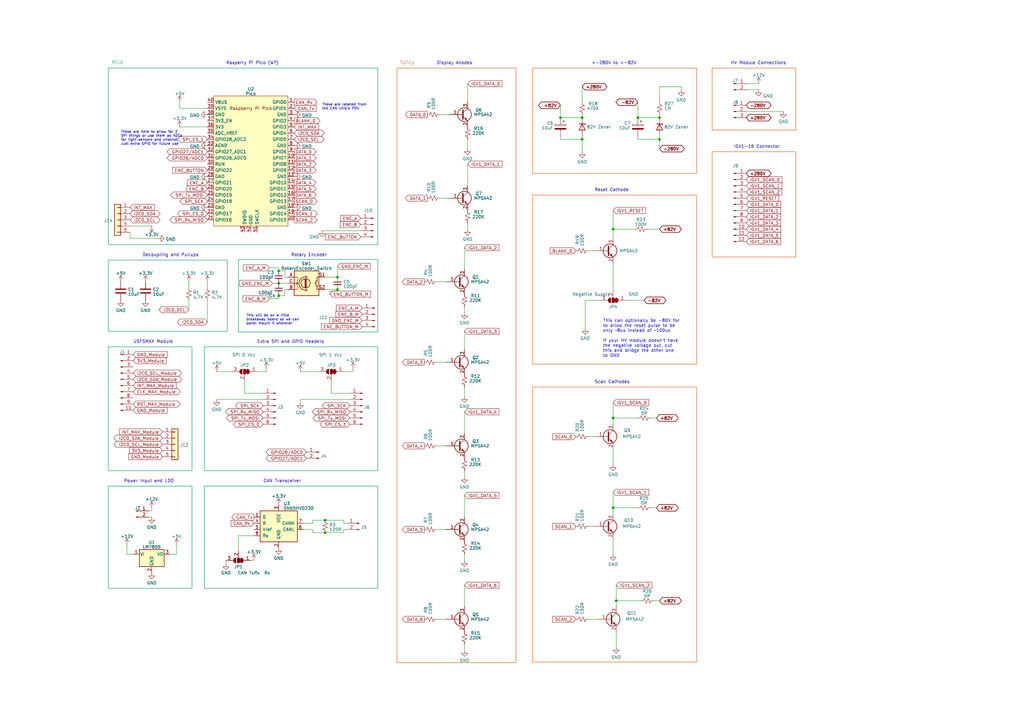
<source format=kicad_sch>
(kicad_sch (version 20221206) (generator eeschema)
  (paper "A3")
  (junction (at 270.51 48.26))
  (junction (at 138.43 113.665))
  (junction (at 229.87 48.26))
  (junction (at 138.43 118.745))
  (junction (at 114.3 116.205))
  (junction (at 238.76 48.26))
  (junction (at 114.3 121.285))
  (junction (at 270.51 57.15))
  (junction (at 252.73 246.38))
  (junction (at 114.3 111.125))
  (junction (at 133.35 213.36))
  (junction (at 261.62 48.26))
  (junction (at 133.35 218.44))
  (junction (at 251.46 208.28))
  (junction (at 251.46 93.98))
  (junction (at 251.46 171.45))
  (junction (at 238.76 57.15))
  (wire (pts (xy 190.5 135.89) (xy 190.5 143.51)))
  (wire (pts (xy 252.73 246.38) (xy 262.89 246.38)))
  (wire (pts (xy 251.46 201.93) (xy 251.46 208.28)))
  (wire (pts (xy 104.14 229.87) (xy 102.87 229.87)))
  (wire (pts (xy 69.85 227.33) (xy 72.39 227.33)))
  (wire (pts (xy 190.5 193.04) (xy 190.5 195.58)))
  (wire (pts (xy 62.23 208.28) (xy 62.23 209.55)))
  (wire (pts (xy 270.51 48.26) (xy 261.62 48.26)))
  (wire (pts (xy 179.07 182.88) (xy 182.88 182.88)))
  (wire (pts (xy 110.49 122.555) (xy 114.3 122.555)))
  (wire (pts (xy 270.51 57.15) (xy 261.62 57.15)))
  (wire (pts (xy 77.47 115.57) (xy 77.47 118.11)))
  (wire (pts (xy 62.23 212.09) (xy 60.96 212.09)))
  (wire (pts (xy 53.34 97.79) (xy 64.77 97.79)))
  (wire (pts (xy 133.35 113.665) (xy 138.43 113.665)))
  (wire (pts (xy 52.07 223.52) (xy 52.07 227.33)))
  (wire (pts (xy 240.03 123.19) (xy 246.38 123.19)))
  (wire (pts (xy 140.97 214.63) (xy 140.97 213.36)))
  (wire (pts (xy 95.25 152.4) (xy 88.9 152.4)))
  (wire (pts (xy 251.46 208.28) (xy 261.62 208.28)))
  (wire (pts (xy 128.27 213.36) (xy 128.27 214.63)))
  (wire (pts (xy 179.07 217.17) (xy 182.88 217.17)))
  (wire (pts (xy 133.35 213.36) (xy 140.97 213.36)))
  (wire (pts (xy 116.84 121.285) (xy 116.84 118.745)))
  (wire (pts (xy 241.3 215.9) (xy 243.84 215.9)))
  (wire (pts (xy 138.43 119.38) (xy 138.43 118.745)))
  (wire (pts (xy 114.3 109.855) (xy 114.3 111.125)))
  (wire (pts (xy 279.4 36.83) (xy 279.4 35.56)))
  (wire (pts (xy 128.27 214.63) (xy 124.46 214.63)))
  (wire (pts (xy 229.87 48.26) (xy 238.76 48.26)))
  (wire (pts (xy 114.3 121.285) (xy 116.84 121.285)))
  (wire (pts (xy 100.33 161.29) (xy 107.95 161.29)))
  (wire (pts (xy 88.9 163.83) (xy 107.95 163.83)))
  (wire (pts (xy 135.255 119.38) (xy 135.255 120.65)))
  (wire (pts (xy 190.5 125.73) (xy 190.5 128.27)))
  (wire (pts (xy 251.46 171.45) (xy 261.62 171.45)))
  (wire (pts (xy 180.34 81.28) (xy 184.15 81.28)))
  (wire (pts (xy 190.5 264.16) (xy 190.5 266.7)))
  (wire (pts (xy 116.84 118.745) (xy 118.11 118.745)))
  (wire (pts (xy 135.89 161.29) (xy 143.51 161.29)))
  (wire (pts (xy 190.5 158.75) (xy 190.5 162.56)))
  (wire (pts (xy 270.51 46.99) (xy 270.51 48.26)))
  (wire (pts (xy 241.3 254) (xy 245.11 254)))
  (wire (pts (xy 77.47 123.19) (xy 77.47 127)))
  (wire (pts (xy 190.5 227.33) (xy 190.5 229.87)))
  (wire (pts (xy 251.46 184.15) (xy 251.46 190.5)))
  (wire (pts (xy 279.4 35.56) (xy 270.51 35.56)))
  (wire (pts (xy 97.79 226.06) (xy 97.79 219.71)))
  (wire (pts (xy 238.76 55.88) (xy 238.76 57.15)))
  (wire (pts (xy 135.89 156.21) (xy 135.89 161.29)))
  (wire (pts (xy 100.33 156.21) (xy 100.33 161.29)))
  (wire (pts (xy 109.22 151.13) (xy 109.22 152.4)))
  (wire (pts (xy 251.46 93.98) (xy 260.35 93.98)))
  (wire (pts (xy 144.78 151.13) (xy 144.78 152.4)))
  (wire (pts (xy 270.51 55.88) (xy 270.51 57.15)))
  (wire (pts (xy 128.27 218.44) (xy 133.35 218.44)))
  (wire (pts (xy 261.62 55.88) (xy 261.62 57.15)))
  (wire (pts (xy 190.5 168.91) (xy 190.5 177.8)))
  (wire (pts (xy 265.43 93.98) (xy 270.51 93.98)))
  (wire (pts (xy 128.27 217.17) (xy 128.27 218.44)))
  (wire (pts (xy 240.03 123.19) (xy 240.03 134.62)))
  (wire (pts (xy 142.24 214.63) (xy 140.97 214.63)))
  (wire (pts (xy 191.77 91.44) (xy 191.77 93.98)))
  (wire (pts (xy 238.76 57.15) (xy 229.87 57.15)))
  (wire (pts (xy 140.97 218.44) (xy 140.97 217.17)))
  (wire (pts (xy 252.73 259.08) (xy 252.73 265.43)))
  (wire (pts (xy 135.255 119.38) (xy 138.43 119.38)))
  (wire (pts (xy 123.19 163.83) (xy 143.51 163.83)))
  (wire (pts (xy 251.46 171.45) (xy 251.46 173.99)))
  (wire (pts (xy 114.3 116.205) (xy 118.11 116.205)))
  (wire (pts (xy 124.46 217.17) (xy 128.27 217.17)))
  (wire (pts (xy 114.3 111.125) (xy 116.84 111.125)))
  (wire (pts (xy 92.71 229.87) (xy 92.71 231.14)))
  (wire (pts (xy 140.97 217.17) (xy 142.24 217.17)))
  (wire (pts (xy 116.84 111.125) (xy 116.84 113.665)))
  (wire (pts (xy 133.35 118.745) (xy 138.43 118.745)))
  (wire (pts (xy 229.87 43.18) (xy 229.87 48.26)))
  (wire (pts (xy 179.07 115.57) (xy 182.88 115.57)))
  (wire (pts (xy 252.73 240.03) (xy 252.73 246.38)))
  (wire (pts (xy 144.78 152.4) (xy 140.97 152.4)))
  (wire (pts (xy 133.35 218.44) (xy 140.97 218.44)))
  (wire (pts (xy 238.76 46.99) (xy 238.76 48.26)))
  (wire (pts (xy 251.46 119.38) (xy 251.46 107.95)))
  (wire (pts (xy 190.5 240.03) (xy 190.5 248.92)))
  (wire (pts (xy 256.54 123.19) (xy 264.16 123.19)))
  (wire (pts (xy 238.76 35.56) (xy 238.76 41.91)))
  (wire (pts (xy 62.23 92.71) (xy 53.34 92.71)))
  (wire (pts (xy 52.07 227.33) (xy 54.61 227.33)))
  (wire (pts (xy 60.96 209.55) (xy 62.23 209.55)))
  (wire (pts (xy 85.09 115.57) (xy 85.09 118.11)))
  (wire (pts (xy 111.76 116.205) (xy 114.3 116.205)))
  (wire (pts (xy 306.07 45.72) (xy 321.31 45.72)))
  (wire (pts (xy 267.97 246.38) (xy 270.51 246.38)))
  (wire (pts (xy 110.49 109.855) (xy 114.3 109.855)))
  (wire (pts (xy 116.84 113.665) (xy 118.11 113.665)))
  (wire (pts (xy 85.09 44.45) (xy 73.66 44.45)))
  (wire (pts (xy 261.62 41.91) (xy 261.62 48.26)))
  (wire (pts (xy 229.87 55.88) (xy 229.87 57.15)))
  (wire (pts (xy 128.27 213.36) (xy 133.35 213.36)))
  (wire (pts (xy 179.07 148.59) (xy 182.88 148.59)))
  (wire (pts (xy 251.46 93.98) (xy 251.46 97.79)))
  (wire (pts (xy 241.3 179.07) (xy 243.84 179.07)))
  (wire (pts (xy 251.46 220.98) (xy 251.46 227.33)))
  (wire (pts (xy 191.77 67.31) (xy 191.77 76.2)))
  (wire (pts (xy 85.09 123.19) (xy 85.09 132.08)))
  (wire (pts (xy 251.46 86.36) (xy 251.46 93.98)))
  (wire (pts (xy 251.46 165.1) (xy 251.46 171.45)))
  (wire (pts (xy 114.3 122.555) (xy 114.3 121.285)))
  (wire (pts (xy 190.5 101.6) (xy 190.5 110.49)))
  (wire (pts (xy 191.77 34.29) (xy 191.77 41.91)))
  (wire (pts (xy 132.08 94.615) (xy 147.955 94.615)))
  (wire (pts (xy 73.66 52.07) (xy 85.09 52.07)))
  (wire (pts (xy 138.43 109.22) (xy 138.43 113.665)))
  (wire (pts (xy 97.79 219.71) (xy 104.14 219.71)))
  (wire (pts (xy 109.22 152.4) (xy 105.41 152.4)))
  (wire (pts (xy 238.76 57.15) (xy 238.76 62.23)))
  (wire (pts (xy 270.51 57.15) (xy 270.51 60.96)))
  (wire (pts (xy 252.73 246.38) (xy 252.73 248.92)))
  (wire (pts (xy 73.66 41.91) (xy 73.66 44.45)))
  (wire (pts (xy 266.7 171.45) (xy 269.24 171.45)))
  (wire (pts (xy 123.19 163.83) (xy 123.19 165.1)))
  (wire (pts (xy 266.7 208.28) (xy 269.24 208.28)))
  (wire (pts (xy 180.34 46.99) (xy 184.15 46.99)))
  (wire (pts (xy 241.3 102.87) (xy 243.84 102.87)))
  (wire (pts (xy 179.07 254) (xy 182.88 254)))
  (wire (pts (xy 191.77 57.15) (xy 191.77 60.96)))
  (wire (pts (xy 130.81 152.4) (xy 123.19 152.4)))
  (wire (pts (xy 53.34 95.25) (xy 53.34 97.79)))
  (wire (pts (xy 306.07 34.29) (xy 311.15 34.29)))
  (wire (pts (xy 190.5 203.2) (xy 190.5 212.09)))
  (wire (pts (xy 270.51 35.56) (xy 270.51 41.91)))
  (wire (pts (xy 311.15 36.83) (xy 306.07 36.83)))
  (wire (pts (xy 72.39 227.33) (xy 72.39 223.52)))
  (wire (pts (xy 251.46 208.28) (xy 251.46 210.82)))
  (rectangle (start 44.45 106.68) (end 93.218 135.89) (stroke (width 0.254) (color 63 175 138 1)))
  (rectangle (start 218.44 80.01) (end 285.75 149.352) (stroke (width 0.254) (color 228 130 64 1)))
  (rectangle (start 97.79 106.426) (end 154.94 136.144) (stroke (width 0.254) (color 63 175 138 1)))
  (rectangle (start 218.44 27.94) (end 285.75 71.12) (stroke (width 0.254) (color 228 130 64 1)))
  (rectangle (start 83.82 142.24) (end 154.94 193.04) (stroke (width 0.254) (color 63 175 138 1)))
  (rectangle (start 292.1 27.94) (end 326.39 53.34) (stroke (width 0.254) (color 228 130 64 1)))
  (rectangle (start 292.1 62.23) (end 326.39 105.41) (stroke (width 0.254) (color 228 130 64 1)))
  (rectangle (start 83.82 199.39) (end 154.94 241.3) (stroke (width 0.254) (color 63 175 138 1)))
  (rectangle (start 218.44 158.75) (end 285.75 271.526) (stroke (width 0.254) (color 228 130 64 1)))
  (rectangle (start 44.45 27.94) (end 154.94 100.33) (stroke (width 0.254) (color 63 175 138 1)))
  (rectangle (start 162.814 27.94) (end 211.582 271.78) (stroke (width 0.254) (color 228 130 64 1)))
  (rectangle (start 44.45 142.24) (end 78.74 193.04) (stroke (width 0.254) (color 63 175 138 1)))
  (rectangle (start 44.45 199.39) (end 78.74 241.3) (stroke (width 0.254) (color 63 175 138 1)))
  (text "Rasperry Pi Pico (W?)" (at 92.71 26.67 0) (effects (font (size 1.27 1.27)) (justify left bottom)))
  (text "CAN Transceiver" (at 107.95 198.12 0) (effects (font (size 1.27 1.27)) (justify left bottom)))
  (text "Spicy" (at 163.83 26.67 0) (effects (font (size 1.524 1.524)) (justify left bottom)))
  (text "Display Anodes" (at 179.07 26.67 0) (effects (font (size 1.27 1.27)) (justify left bottom)))
  (text "Rotary Encoder" (at 119.38 105.41 0) (effects (font (size 1.27 1.27)) (justify left bottom)))
  (text "These are labeled from\nthe CAN chip's POV" (at 132.08 45.212 0) (effects (font (size 1.016 1.016)) (justify left bottom)))
  (text "IGV1-16 Connector" (at 300.99 60.96 0) (effects (font (size 1.27 1.27)) (justify left bottom)))
  (text "This will be on a liitle\nbreakaway board so we can\npanel mount it wherever" (at 100.965 133.35 0) (effects (font (size 1.016 1.016)) (justify left bottom)))
  (text "Decoupling and Pullups" (at 58.42 105.41 0) (effects (font (size 1.27 1.27)) (justify left bottom)))
  (text "Reset Cathode" (at 243.84 78.74 0) (effects (font (size 1.27 1.27)) (justify left bottom)))
  (text "Power Input and LDO" (at 50.8 198.12 0) (effects (font (size 1.27 1.27)) (justify left bottom)))
  (text "HV Module Connections" (at 299.72 26.67 0) (effects (font (size 1.27 1.27)) (justify left bottom)))
  (text "Mild" (at 45.72 26.67 0) (effects (font (size 1.524 1.524)) (justify left bottom)))
  (text "Extra SPI and GPIO Headers" (at 105.41 140.97 0) (effects (font (size 1.27 1.27)) (justify left bottom)))
  (text "USFSMAX Module" (at 54.61 140.97 0) (effects (font (size 1.27 1.27)) (justify left bottom)))
  (text "+-280V to +-82V" (at 242.57 26.67 0) (effects (font (size 1.27 1.27)) (justify left bottom)))
  (text "This can optionally be -80V for \nto allow the reset pulse to be\nonly ~8us instead of ~100us\n\nIf your HV module doesn't have\nthe negative voltage out, cut \nthis and bridge the other one\nto GND" (at 247.269 146.685 0) (effects (font (size 1.27 1.27)) (justify left bottom)))
  (text "Scan Cathodes" (at 243.84 157.48 0) (effects (font (size 1.27 1.27)) (justify left bottom)))
  (text "These are here to allow for 2\nSPI things or use them as ADCs \nfor light sensors and whatnot\nJust extra GPIO for future use" (at 49.53 59.69 0) (effects (font (size 1.016 1.016)) (justify left bottom)))
  (global_label "3V3_Module" (shape input) (at 54.61 147.955 0) (property "Intersheetrefs" "${INTERSHEET_REFS}" (effects hide)))
  (global_label "I2C0_SCL" (shape bidirectional) (at 120.65 57.15 0) (property "Intersheetrefs" "${INTERSHEET_REFS}" (effects hide)))
  (global_label "INT_MAX" (shape input) (at 120.65 52.07 0) (property "Intersheetrefs" "${INTERSHEET_REFS}" (effects hide)))
  (global_label "BLANK_0" (shape input) (at 236.22 102.87 180) (property "Intersheetrefs" "${INTERSHEET_REFS}" (effects hide)))
  (global_label "ENC_BUTTON" (shape input) (at 85.09 69.85 180) (property "Intersheetrefs" "${INTERSHEET_REFS}" (effects hide)))
  (global_label "DATA_5" (shape output) (at 120.65 77.47 0) (property "Intersheetrefs" "${INTERSHEET_REFS}" (effects hide)))
  (global_label "IGV1_RESET" (shape input) (at 251.46 86.36 0) (property "Intersheetrefs" "${INTERSHEET_REFS}" (effects hide)))
  (global_label "IGV1_RESET" (shape input) (at 306.07 81.28 0) (property "Intersheetrefs" "${INTERSHEET_REFS}" (effects hide)))
  (global_label "I2C0_SCL_Module" (shape bidirectional) (at 54.61 153.035 0) (property "Intersheetrefs" "${INTERSHEET_REFS}" (effects hide)))
  (global_label "+82V" (shape bidirectional) (at 269.24 171.45 0) (effects (font bold)) (property "Intersheetrefs" "${INTERSHEET_REFS}" (effects hide)))
  (global_label "I2C0_SDA" (shape bidirectional) (at 85.09 132.08 180) (property "Intersheetrefs" "${INTERSHEET_REFS}" (effects hide)))
  (global_label "IGV1_DATA_0" (shape input) (at 191.77 34.29 0) (property "Intersheetrefs" "${INTERSHEET_REFS}" (effects hide)))
  (global_label "DATA_2" (shape output) (at 120.65 67.31 0) (property "Intersheetrefs" "${INTERSHEET_REFS}" (effects hide)))
  (global_label "SPI_Tx_MOSI" (shape bidirectional) (at 143.51 171.45 180) (property "Intersheetrefs" "${INTERSHEET_REFS}" (effects hide)))
  (global_label "3V3_Module" (shape input) (at 66.675 184.785 180) (property "Intersheetrefs" "${INTERSHEET_REFS}" (effects hide)))
  (global_label "DATA_0" (shape output) (at 120.65 62.23 0) (property "Intersheetrefs" "${INTERSHEET_REFS}" (effects hide)))
  (global_label "IGV1_DATA_3" (shape input) (at 190.5 135.89 0) (property "Intersheetrefs" "${INTERSHEET_REFS}" (effects hide)))
  (global_label "SCAN_2" (shape input) (at 236.22 254 180) (property "Intersheetrefs" "${INTERSHEET_REFS}" (effects hide)))
  (global_label "I2C0_SDA" (shape bidirectional) (at 120.65 54.61 0) (property "Intersheetrefs" "${INTERSHEET_REFS}" (effects hide)))
  (global_label "+82V" (shape bidirectional) (at 270.51 93.98 0) (effects (font bold)) (property "Intersheetrefs" "${INTERSHEET_REFS}" (effects hide)))
  (global_label "ENC_A_M" (shape input) (at 110.49 109.855 180) (property "Intersheetrefs" "${INTERSHEET_REFS}" (effects hide)))
  (global_label "SPI_Tx_MOSI" (shape bidirectional) (at 85.09 80.01 180) (property "Intersheetrefs" "${INTERSHEET_REFS}" (effects hide)))
  (global_label "SPI_Rx_MISO" (shape bidirectional) (at 107.95 168.91 180) (property "Intersheetrefs" "${INTERSHEET_REFS}" (effects hide)))
  (global_label "GND_Module" (shape input) (at 54.61 145.415 0) (property "Intersheetrefs" "${INTERSHEET_REFS}" (effects hide)))
  (global_label "CAN_Tx" (shape input) (at 120.65 44.45 0) (property "Intersheetrefs" "${INTERSHEET_REFS}" (effects hide)))
  (global_label "IGV1_DATA_5" (shape input) (at 190.5 203.2 0) (property "Intersheetrefs" "${INTERSHEET_REFS}" (effects hide)))
  (global_label "IGV1_SCAN_2" (shape input) (at 306.07 78.74 0) (property "Intersheetrefs" "${INTERSHEET_REFS}" (effects hide)))
  (global_label "SPI_Tx_MOSI" (shape bidirectional) (at 107.95 171.45 180) (property "Intersheetrefs" "${INTERSHEET_REFS}" (effects hide)))
  (global_label "GPIO27{slash}ADC1" (shape bidirectional) (at 85.09 62.23 180) (property "Intersheetrefs" "${INTERSHEET_REFS}" (effects hide)))
  (global_label "I2C0_SCL" (shape bidirectional) (at 53.34 90.17 0) (property "Intersheetrefs" "${INTERSHEET_REFS}" (effects hide)))
  (global_label "DATA_1" (shape output) (at 120.65 64.77 0) (property "Intersheetrefs" "${INTERSHEET_REFS}" (effects hide)))
  (global_label "DATA_6" (shape output) (at 120.65 80.01 0) (property "Intersheetrefs" "${INTERSHEET_REFS}" (effects hide)))
  (global_label "SPI_SCK" (shape bidirectional) (at 107.95 166.37 180) (property "Intersheetrefs" "${INTERSHEET_REFS}" (effects hide)))
  (global_label "IGV1_DATA_2" (shape input) (at 306.07 88.9 0) (property "Intersheetrefs" "${INTERSHEET_REFS}" (effects hide)))
  (global_label "IGV1_DATA_4" (shape input) (at 306.07 93.98 0) (property "Intersheetrefs" "${INTERSHEET_REFS}" (effects hide)))
  (global_label "SCAN_0" (shape output) (at 120.65 82.55 0) (property "Intersheetrefs" "${INTERSHEET_REFS}" (effects hide)))
  (global_label "SPI_Rx_MISO" (shape bidirectional) (at 85.09 90.17 180) (property "Intersheetrefs" "${INTERSHEET_REFS}" (effects hide)))
  (global_label "SPI_CS_0" (shape bidirectional) (at 85.09 87.63 180) (property "Intersheetrefs" "${INTERSHEET_REFS}" (effects hide)))
  (global_label "I2C0_SDA_Module" (shape bidirectional) (at 54.61 155.575 0) (property "Intersheetrefs" "${INTERSHEET_REFS}" (effects hide)))
  (global_label "-82V" (shape bidirectional) (at 264.16 123.19 0) (effects (font bold)) (property "Intersheetrefs" "${INTERSHEET_REFS}" (effects hide)))
  (global_label "SPI_CS_1" (shape bidirectional) (at 143.51 173.99 180) (property "Intersheetrefs" "${INTERSHEET_REFS}" (effects hide)))
  (global_label "IGV1_DATA_1" (shape input) (at 306.07 86.36 0) (property "Intersheetrefs" "${INTERSHEET_REFS}" (effects hide)))
  (global_label "GND_Module" (shape input) (at 54.61 168.275 0) (property "Intersheetrefs" "${INTERSHEET_REFS}" (effects hide)))
  (global_label "SPI_Rx_MISO" (shape bidirectional) (at 143.51 168.91 180) (property "Intersheetrefs" "${INTERSHEET_REFS}" (effects hide)))
  (global_label "+280V" (shape bidirectional) (at 306.07 48.26 0) (effects (font bold)) (property "Intersheetrefs" "${INTERSHEET_REFS}" (effects hide)))
  (global_label "DATA_2" (shape output) (at 173.99 115.57 180) (property "Intersheetrefs" "${INTERSHEET_REFS}" (effects hide)))
  (global_label "SCAN_0" (shape input) (at 236.22 179.07 180) (property "Intersheetrefs" "${INTERSHEET_REFS}" (effects hide)))
  (global_label "DATA_3" (shape output) (at 120.65 69.85 0) (property "Intersheetrefs" "${INTERSHEET_REFS}" (effects hide)))
  (global_label "GPIO27{slash}ADC1" (shape bidirectional) (at 125.73 187.96 180) (property "Intersheetrefs" "${INTERSHEET_REFS}" (effects hide)))
  (global_label "GPIO26{slash}ADC0" (shape bidirectional) (at 125.73 185.42 180) (property "Intersheetrefs" "${INTERSHEET_REFS}" (effects hide)))
  (global_label "IGV1_DATA_1" (shape input) (at 191.77 67.31 0) (property "Intersheetrefs" "${INTERSHEET_REFS}" (effects hide)))
  (global_label "-280V" (shape bidirectional) (at 270.51 60.96 0) (effects (font bold)) (property "Intersheetrefs" "${INTERSHEET_REFS}" (effects hide)))
  (global_label "ENC_B_M" (shape input) (at 148.59 128.905 180) (property "Intersheetrefs" "${INTERSHEET_REFS}" (effects hide)))
  (global_label "ENC_B_M" (shape input) (at 110.49 122.555 180) (property "Intersheetrefs" "${INTERSHEET_REFS}" (effects hide)))
  (global_label "DATA_6" (shape output) (at 173.99 254 180) (property "Intersheetrefs" "${INTERSHEET_REFS}" (effects hide)))
  (global_label "IGV1_DATA_6" (shape input) (at 190.5 240.03 0) (property "Intersheetrefs" "${INTERSHEET_REFS}" (effects hide)))
  (global_label "DATA_4" (shape output) (at 173.99 182.88 180) (property "Intersheetrefs" "${INTERSHEET_REFS}" (effects hide)))
  (global_label "ENC_BUTTON_M" (shape input) (at 148.59 133.985 180) (property "Intersheetrefs" "${INTERSHEET_REFS}" (effects hide)))
  (global_label "ENC_BUTTON" (shape input) (at 147.955 97.155 180) (property "Intersheetrefs" "${INTERSHEET_REFS}" (effects hide)))
  (global_label "DATA_3" (shape output) (at 173.99 148.59 180) (property "Intersheetrefs" "${INTERSHEET_REFS}" (effects hide)))
  (global_label "SPI_SCK" (shape bidirectional) (at 85.09 82.55 180) (property "Intersheetrefs" "${INTERSHEET_REFS}" (effects hide)))
  (global_label "DATA_1" (shape output) (at 175.26 81.28 180) (property "Intersheetrefs" "${INTERSHEET_REFS}" (effects hide)))
  (global_label "INT_MAX_Module" (shape input) (at 66.675 177.165 180) (property "Intersheetrefs" "${INTERSHEET_REFS}" (effects hide)))
  (global_label "I2C0_SDA_Module" (shape bidirectional) (at 66.675 179.705 180) (property "Intersheetrefs" "${INTERSHEET_REFS}" (effects hide)))
  (global_label "GPIO26{slash}ADC0" (shape bidirectional) (at 85.09 64.77 180) (property "Intersheetrefs" "${INTERSHEET_REFS}" (effects hide)))
  (global_label "SCAN_2" (shape output) (at 120.65 90.17 0) (property "Intersheetrefs" "${INTERSHEET_REFS}" (effects hide)))
  (global_label "ENC_B" (shape input) (at 85.09 77.47 180) (property "Intersheetrefs" "${INTERSHEET_REFS}" (effects hide)))
  (global_label "IGV1_SCAN_1" (shape input) (at 306.07 76.2 0) (property "Intersheetrefs" "${INTERSHEET_REFS}" (effects hide)))
  (global_label "IGV1_DATA_0" (shape input) (at 306.07 83.82 0) (property "Intersheetrefs" "${INTERSHEET_REFS}" (effects hide)))
  (global_label "RST_MAX_Module" (shape bidirectional) (at 54.61 165.735 0) (property "Intersheetrefs" "${INTERSHEET_REFS}" (effects hide)))
  (global_label "SPI_CS_0" (shape bidirectional) (at 107.95 173.99 180) (property "Intersheetrefs" "${INTERSHEET_REFS}" (effects hide)))
  (global_label "BLANK_0" (shape output) (at 120.65 49.53 0) (property "Intersheetrefs" "${INTERSHEET_REFS}" (effects hide)))
  (global_label "ENC_A" (shape input) (at 147.955 89.535 180) (property "Intersheetrefs" "${INTERSHEET_REFS}" (effects hide)))
  (global_label "IGV1_DATA_2" (shape input) (at 190.5 101.6 0) (property "Intersheetrefs" "${INTERSHEET_REFS}" (effects hide)))
  (global_label "-280V" (shape bidirectional) (at 306.07 43.18 0) (effects (font bold)) (property "Intersheetrefs" "${INTERSHEET_REFS}" (effects hide)))
  (global_label "+82V" (shape bidirectional) (at 269.24 208.28 0) (effects (font bold)) (property "Intersheetrefs" "${INTERSHEET_REFS}" (effects hide)))
  (global_label "SPI_SCK" (shape bidirectional) (at 143.51 166.37 180) (property "Intersheetrefs" "${INTERSHEET_REFS}" (effects hide)))
  (global_label "GND_ENC_M" (shape input) (at 148.59 131.445 180) (property "Intersheetrefs" "${INTERSHEET_REFS}" (effects hide)))
  (global_label "IGV1_SCAN_0" (shape input) (at 306.07 73.66 0) (property "Intersheetrefs" "${INTERSHEET_REFS}" (effects hide)))
  (global_label "IGV1_SCAN_1" (shape input) (at 251.46 201.93 0) (property "Intersheetrefs" "${INTERSHEET_REFS}" (effects hide)))
  (global_label "INT_MAX" (shape input) (at 53.34 85.09 0) (property "Intersheetrefs" "${INTERSHEET_REFS}" (effects hide)))
  (global_label "+82V" (shape bidirectional) (at 270.51 246.38 0) (effects (font bold)) (property "Intersheetrefs" "${INTERSHEET_REFS}" (effects hide)))
  (global_label "GND_ENC_M" (shape input) (at 138.43 109.22 0) (property "Intersheetrefs" "${INTERSHEET_REFS}" (effects hide)))
  (global_label "DATA_4" (shape output) (at 120.65 74.93 0) (property "Intersheetrefs" "${INTERSHEET_REFS}" (effects hide)))
  (global_label "I2C0_SCL" (shape bidirectional) (at 77.47 127 180) (property "Intersheetrefs" "${INTERSHEET_REFS}" (effects hide)))
  (global_label "ENC_A_M" (shape input) (at 148.59 126.365 180) (property "Intersheetrefs" "${INTERSHEET_REFS}" (effects hide)))
  (global_label "+280V" (shape bidirectional) (at 238.76 35.56 0) (effects (font bold)) (property "Intersheetrefs" "${INTERSHEET_REFS}" (effects hide)))
  (global_label "DATA_0" (shape output) (at 175.26 46.99 180) (property "Intersheetrefs" "${INTERSHEET_REFS}" (effects hide)))
  (global_label "INT_MAX_Module" (shape input) (at 54.61 158.115 0) (property "Intersheetrefs" "${INTERSHEET_REFS}" (effects hide)))
  (global_label "I2C0_SDA" (shape bidirectional) (at 53.34 87.63 0) (property "Intersheetrefs" "${INTERSHEET_REFS}" (effects hide)))
  (global_label "I2C0_SCL_Module" (shape bidirectional) (at 66.675 182.245 180) (property "Intersheetrefs" "${INTERSHEET_REFS}" (effects hide)))
  (global_label "IGV1_DATA_5" (shape input) (at 306.07 96.52 0) (property "Intersheetrefs" "${INTERSHEET_REFS}" (effects hide)))
  (global_label "IGV1_DATA_4" (shape input) (at 190.5 168.91 0) (property "Intersheetrefs" "${INTERSHEET_REFS}" (effects hide)))
  (global_label "IGV1_SCAN_0" (shape input) (at 251.46 165.1 0) (property "Intersheetrefs" "${INTERSHEET_REFS}" (effects hide)))
  (global_label "SCAN_1" (shape output) (at 120.65 87.63 0) (property "Intersheetrefs" "${INTERSHEET_REFS}" (effects hide)))
  (global_label "ENC_A" (shape input) (at 85.09 74.93 180) (property "Intersheetrefs" "${INTERSHEET_REFS}" (effects hide)))
  (global_label "CAN_Rx" (shape output) (at 120.65 41.91 0) (property "Intersheetrefs" "${INTERSHEET_REFS}" (effects hide)))
  (global_label "CLK_MAX_Module" (shape bidirectional) (at 54.61 160.655 0) (property "Intersheetrefs" "${INTERSHEET_REFS}" (effects hide)))
  (global_label "SPI_CS_1" (shape bidirectional) (at 85.09 57.15 180) (property "Intersheetrefs" "${INTERSHEET_REFS}" (effects hide)))
  (global_label "CAN_Rx" (shape input) (at 104.14 214.63 180) (property "Intersheetrefs" "${INTERSHEET_REFS}" (effects hide)))
  (global_label "GND_Module" (shape input) (at 66.675 187.325 180) (property "Intersheetrefs" "${INTERSHEET_REFS}" (effects hide)))
  (global_label "IGV1_SCAN_2" (shape input) (at 252.73 240.03 0) (property "Intersheetrefs" "${INTERSHEET_REFS}" (effects hide)))
  (global_label "CAN_Tx" (shape output) (at 104.14 212.09 180) (property "Intersheetrefs" "${INTERSHEET_REFS}" (effects hide)))
  (global_label "DATA_5" (shape output) (at 173.99 217.17 180) (property "Intersheetrefs" "${INTERSHEET_REFS}" (effects hide)))
  (global_label "+280V" (shape bidirectional) (at 306.07 71.12 0) (effects (font bold)) (property "Intersheetrefs" "${INTERSHEET_REFS}" (effects hide)))
  (global_label "SCAN_1" (shape input) (at 236.22 215.9 180) (property "Intersheetrefs" "${INTERSHEET_REFS}" (effects hide)))
  (global_label "GND_ENC_M" (shape input) (at 111.76 116.205 180) (property "Intersheetrefs" "${INTERSHEET_REFS}" (effects hide)))
  (global_label "IGV1_DATA_3" (shape input) (at 306.07 91.44 0) (property "Intersheetrefs" "${INTERSHEET_REFS}" (effects hide)))
  (global_label "ENC_BUTTON_M" (shape input) (at 135.255 120.65 0) (property "Intersheetrefs" "${INTERSHEET_REFS}" (effects hide)))
  (global_label "-82V" (shape bidirectional) (at 261.62 41.91 180) (effects (font bold)) (property "Intersheetrefs" "${INTERSHEET_REFS}" (effects hide)))
  (global_label "ENC_B" (shape input) (at 147.955 92.075 180) (property "Intersheetrefs" "${INTERSHEET_REFS}" (effects hide)))
  (global_label "+82V" (shape bidirectional) (at 229.87 43.18 180) (effects (font bold)) (property "Intersheetrefs" "${INTERSHEET_REFS}" (effects hide)))
  (global_label "IGV1_DATA_6" (shape input) (at 306.07 99.06 0) (property "Intersheetrefs" "${INTERSHEET_REFS}" (effects hide)))
  (symbol (lib_id "Device:R_Small_US") (at 264.16 171.45 90) (unit 1)
    (property "Reference" "R24" (at 264.16 167.5511 90))
    (property "Value" "0R" (at 264.16 169.4721 90))
    (property "Footprint" "Resistor_SMD:R_1206_3216Metric_Pad1.30x1.75mm_HandSolder" (effects hide))
  )
  (symbol (lib_id "power:GND") (at 279.4 36.83 0) (mirror y) (unit 1)
    (property "Reference" "#PWR026" (effects hide))
    (property "Value" "GND" (at 279.4 40.9655 0))
  )
  (symbol (lib_id "Device:R_Small_US") (at 190.5 123.19 0) (unit 1)
    (property "Reference" "R11" (at 193.04 121.285 0) (effects (justify left)))
    (property "Value" "220K" (at 192.405 123.19 0) (effects (justify left)))
    (property "Footprint" "Resistor_SMD:R_1206_3216Metric_Pad1.30x1.75mm_HandSolder" (effects hide))
  )
  (symbol (lib_id "Interface_CAN_LIN:SN65HVD230") (at 114.3 214.63 0) (unit 1)
    (property "Reference" "U3" (at 116.2559 206.5401 0) (effects (justify left)))
    (property "Value" "SN65HVD230" (at 116.2559 208.4611 0) (effects (justify left)))
    (property "Footprint" "Package_SO:SOIC-8_3.9x4.9mm_P1.27mm" (effects hide))
    (property "Datasheet" "http://www.ti.com/lit/ds/symlink/sn65hvd230.pdf" (effects hide))
  )
  (symbol (lib_id "power:GND") (at 191.77 93.98 0) (mirror y) (unit 1)
    (property "Reference" "#PWR051" (effects hide))
    (property "Value" "GND" (at 191.77 98.1155 0))
  )
  (symbol (lib_id "Jumper:SolderJumper_3_Bridged12") (at 251.46 123.19 180) (unit 1)
    (property "Reference" "JP4" (at 251.46 125.8015 0))
    (property "Value" "Negative Supply        GND" (at 248.285 120.65 0))
    (property "Footprint" "Jumper:SolderJumper-3_P1.3mm_Bridged12_RoundedPad1.0x1.5mm" (effects hide))
  )
  (symbol (lib_id "Device:C_Small") (at 114.3 118.745 0) (mirror y) (unit 1)
    (property "Reference" "C4" (at 113.03 121.285 0) (effects (justify left)))
    (property "Value" "100pF" (at 111.9759 120.0286 0) (effects (justify left)))
    (property "Footprint" "Capacitor_SMD:C_0805_2012Metric_Pad1.18x1.45mm_HandSolder" (effects hide))
  )
  (symbol (lib_id "Transistor_BJT:MMBTA42") (at 187.96 254 0) (unit 1)
    (property "Reference" "Q5" (at 193.675 252.095 0) (effects (justify left)))
    (property "Value" "MPSA42" (at 193.04 254 0) (effects (justify left)))
    (property "Footprint" "Package_TO_SOT_SMD:SOT-23" (effects hide))
    (property "Datasheet" "https://www.onsemi.com/pub/Collateral/MMBTA42LT1-D.PDF" (effects hide))
  )
  (symbol (lib_id "power:GND") (at 120.65 85.09 90) (unit 1)
    (property "Reference" "#PWR045" (effects hide))
    (property "Value" "GND" (at 123.825 85.4068 90) (effects (justify right)))
  )
  (symbol (lib_id "Device:R_Small_US") (at 191.77 88.9 0) (unit 1)
    (property "Reference" "R17" (at 194.31 86.995 0) (effects (justify left)))
    (property "Value" "220K" (at 193.675 88.9 0) (effects (justify left)))
    (property "Footprint" "Resistor_SMD:R_1206_3216Metric_Pad1.30x1.75mm_HandSolder" (effects hide))
  )
  (symbol (lib_id "Device:R_Small_US") (at 190.5 190.5 0) (unit 1)
    (property "Reference" "R13" (at 193.04 188.595 0) (effects (justify left)))
    (property "Value" "220K" (at 192.405 190.5 0) (effects (justify left)))
    (property "Footprint" "Resistor_SMD:R_1206_3216Metric_Pad1.30x1.75mm_HandSolder" (effects hide))
  )
  (symbol (lib_id "Device:R_Small_US") (at 238.76 44.45 0) (unit 1)
    (property "Reference" "R18" (at 241.3 42.545 0) (effects (justify left)))
    (property "Value" "470K" (at 240.665 44.45 0) (effects (justify left)))
    (property "Footprint" "Resistor_SMD:R_1206_3216Metric_Pad1.30x1.75mm_HandSolder" (effects hide))
  )
  (symbol (lib_id "Device:C_Polarized") (at 261.62 52.07 0) (mirror y) (unit 1)
    (property "Reference" "C7" (at 258.699 50.5373 0) (effects (justify left)))
    (property "Value" "10uF" (at 258.699 52.4583 0) (effects (justify left)))
    (property "Footprint" "Capacitor_THT:C_Radial_D6.3mm_H11.0mm_P2.50mm" (effects hide))
  )
  (symbol (lib_id "power:+5V") (at 123.19 152.4 0) (unit 1)
    (property "Reference" "#PWR036" (effects hide))
    (property "Value" "+5V" (at 123.19 148.8981 0))
  )
  (symbol (lib_id "power:+3.3V") (at 109.22 151.13 0) (unit 1)
    (property "Reference" "#PWR033" (effects hide))
    (property "Value" "+3.3V" (at 109.22 147.6281 0))
  )
  (symbol (lib_id "Device:R_Small_US") (at 190.5 156.21 0) (unit 1)
    (property "Reference" "R12" (at 193.04 154.305 0) (effects (justify left)))
    (property "Value" "220K" (at 192.405 156.21 0) (effects (justify left)))
    (property "Footprint" "Resistor_SMD:R_1206_3216Metric_Pad1.30x1.75mm_HandSolder" (effects hide))
  )
  (symbol (lib_id "Device:R_Small_US") (at 190.5 224.79 0) (unit 1)
    (property "Reference" "R14" (at 193.04 222.885 0) (effects (justify left)))
    (property "Value" "220K" (at 192.405 224.79 0) (effects (justify left)))
    (property "Footprint" "Resistor_SMD:R_1206_3216Metric_Pad1.30x1.75mm_HandSolder" (effects hide))
  )
  (symbol (lib_id "Device:RotaryEncoder_Switch") (at 125.73 116.205 0) (unit 1)
    (property "Reference" "SW1" (at 125.73 108.1151 0))
    (property "Value" "RotaryEncoder_Switch" (at 125.73 110.0361 0))
    (property "Footprint" "Rotary_Encoder:RotaryEncoder_Alps_EC12E-Switch_Vertical_H20mm" (effects hide))
  )
  (symbol (lib_id "Device:R_Small_US") (at 176.53 115.57 90) (unit 1)
    (property "Reference" "R4" (at 174.625 113.03 0) (effects (justify left)))
    (property "Value" "100R" (at 176.53 113.665 0) (effects (justify left)))
    (property "Footprint" "Resistor_SMD:R_0805_2012Metric_Pad1.20x1.40mm_HandSolder" (effects hide))
  )
  (symbol (lib_id "power:GND") (at 59.69 123.19 0) (unit 1)
    (property "Reference" "#PWR022" (effects hide))
    (property "Value" "GND" (at 59.69 127.3255 0))
  )
  (symbol (lib_id "Transistor_BJT:MMBTA42") (at 250.19 254 0) (unit 1)
    (property "Reference" "Q11" (at 257.175 251.46 0) (effects (justify left)))
    (property "Value" "MPSA42" (at 256.54 254 0) (effects (justify left)))
    (property "Footprint" "Package_TO_SOT_SMD:SOT-23" (effects hide))
    (property "Datasheet" "https://www.onsemi.com/pub/Collateral/MMBTA42LT1-D.PDF" (effects hide))
  )
  (symbol (lib_id "Device:R_Small_US") (at 176.53 148.59 90) (unit 1)
    (property "Reference" "R5" (at 174.625 146.05 0) (effects (justify left)))
    (property "Value" "100R" (at 176.53 146.685 0) (effects (justify left)))
    (property "Footprint" "Resistor_SMD:R_0805_2012Metric_Pad1.20x1.40mm_HandSolder" (effects hide))
  )
  (symbol (lib_id "Transistor_BJT:MMBTA42") (at 187.96 115.57 0) (unit 1)
    (property "Reference" "Q1" (at 193.675 113.665 0) (effects (justify left)))
    (property "Value" "MPSA42" (at 193.04 115.57 0) (effects (justify left)))
    (property "Footprint" "Package_TO_SOT_SMD:SOT-23" (effects hide))
    (property "Datasheet" "https://www.onsemi.com/pub/Collateral/MMBTA42LT1-D.PDF" (effects hide))
  )
  (symbol (lib_id "Connector:Conn_01x06_Pin") (at 113.03 166.37 0) (mirror y) (unit 1)
    (property "Reference" "J3" (at 113.7412 166.9963 0) (effects (justify right)))
    (property "Value" "SPI 0" (effects hide))
    (property "Footprint" "Connector_PinHeader_2.54mm:PinHeader_1x06_P2.54mm_Vertical_SPI" (effects hide))
  )
  (symbol (lib_id "Connector:Conn_01x04_Pin") (at 153.67 128.905 0) (mirror y) (unit 1)
    (property "Reference" "J11" (at 130.81 130.175 0) (effects (justify right)))
    (property "Value" "Conn_01x04_Pin" (effects hide))
    (property "Footprint" "Connector_PinHeader_2.54mm:PinHeader_2x02_P2.54mm_Vertical" (effects hide))
  )
  (symbol (lib_id "Jumper:SolderJumper_3_Bridged12") (at 97.79 229.87 180) (unit 1)
    (property "Reference" "JP1" (at 97.79 232.4815 0))
    (property "Value" "CAN TxRx  Rx" (at 104.14 234.95 0))
    (property "Footprint" "Jumper:SolderJumper-3_P1.3mm_Bridged12_RoundedPad1.0x1.5mm" (effects hide))
  )
  (symbol (lib_id "power:GND") (at 123.19 165.1 0) (unit 1)
    (property "Reference" "#PWR037" (effects hide))
    (property "Value" "GND" (at 123.19 169.2355 0))
  )
  (symbol (lib_id "Device:R_Small_US") (at 238.76 179.07 90) (unit 1)
    (property "Reference" "R20" (at 236.855 177.165 0) (effects (justify left)))
    (property "Value" "100R" (at 238.76 177.165 0) (effects (justify left)))
    (property "Footprint" "Resistor_SMD:R_0805_2012Metric_Pad1.20x1.40mm_HandSolder" (effects hide))
  )
  (symbol (lib_id "Connector:Conn_01x06_Pin") (at 148.59 166.37 0) (mirror y) (unit 1)
    (property "Reference" "J6" (at 149.3012 166.9963 0) (effects (justify right)))
    (property "Value" "SPI 1" (effects hide))
    (property "Footprint" "Connector_PinHeader_2.54mm:PinHeader_1x06_P2.54mm_Vertical_SPI" (effects hide))
  )
  (symbol (lib_id "power:GND") (at 88.9 163.83 0) (unit 1)
    (property "Reference" "#PWR032" (effects hide))
    (property "Value" "GND" (at 88.9 167.9655 0))
  )
  (symbol (lib_id "Device:C") (at 49.53 119.38 0) (unit 1)
    (property "Reference" "C1" (at 52.451 118.7363 0) (effects (justify left)))
    (property "Value" "10uF" (at 52.451 120.6573 0) (effects (justify left)))
    (property "Footprint" "Capacitor_SMD:C_0805_2012Metric_Pad1.18x1.45mm_HandSolder" (effects hide))
  )
  (symbol (lib_id "Device:C") (at 59.69 119.38 0) (unit 1)
    (property "Reference" "C2" (at 62.611 118.7363 0) (effects (justify left)))
    (property "Value" "10uF" (at 62.611 120.6573 0) (effects (justify left)))
    (property "Footprint" "Capacitor_SMD:C_0805_2012Metric_Pad1.18x1.45mm_HandSolder" (effects hide))
  )
  (symbol (lib_id "power:+3.3V") (at 73.66 52.07 0) (unit 1)
    (property "Reference" "#PWR018" (effects hide))
    (property "Value" "+3.3V" (at 73.66 48.5681 0))
  )
  (symbol (lib_id "Connector:Conn_01x04_Pin") (at 153.035 92.075 0) (mirror y) (unit 1)
    (property "Reference" "J10" (at 149.225 86.36 0) (effects (justify right)))
    (property "Value" "Conn_01x04_Pin" (effects hide))
    (property "Footprint" "Connector_PinHeader_2.54mm:PinHeader_2x02_P2.54mm_Vertical" (effects hide))
  )
  (symbol (lib_id "power:+3.3V") (at 85.09 115.57 0) (unit 1)
    (property "Reference" "#PWR012" (effects hide))
    (property "Value" "+3.3V" (at 85.09 112.0681 0))
  )
  (symbol (lib_id "power:+5V") (at 49.53 115.57 0) (unit 1)
    (property "Reference" "#PWR019" (effects hide))
    (property "Value" "+5V" (at 49.53 112.0681 0))
  )
  (symbol (lib_id "power:+12V") (at 62.23 208.28 0) (unit 1)
    (property "Reference" "#PWR047" (effects hide))
    (property "Value" "+12V" (at 62.23 204.7781 0))
  )
  (symbol (lib_id "power:GND") (at 251.46 190.5 0) (mirror y) (unit 1)
    (property "Reference" "#PWR063" (effects hide))
    (property "Value" "GND" (at 251.46 194.6355 0))
  )
  (symbol (lib_id "Transistor_BJT:MMBTA42") (at 248.92 179.07 0) (unit 1)
    (property "Reference" "Q9" (at 255.905 176.53 0) (effects (justify left)))
    (property "Value" "MPSA42" (at 255.27 179.07 0) (effects (justify left)))
    (property "Footprint" "Package_TO_SOT_SMD:SOT-23" (effects hide))
    (property "Datasheet" "https://www.onsemi.com/pub/Collateral/MMBTA42LT1-D.PDF" (effects hide))
  )
  (symbol (lib_id "power:+3.3V") (at 114.3 207.01 0) (unit 1)
    (property "Reference" "#PWR028" (effects hide))
    (property "Value" "+3.3V" (at 114.3 203.5081 0))
  )
  (symbol (lib_id "Device:R_Small_US") (at 265.43 246.38 90) (unit 1)
    (property "Reference" "R26" (at 265.43 242.4811 90))
    (property "Value" "0R" (at 265.43 244.4021 90))
    (property "Footprint" "Resistor_SMD:R_1206_3216Metric_Pad1.30x1.75mm_HandSolder" (effects hide))
  )
  (symbol (lib_id "Device:R_Small_US") (at 177.8 46.99 90) (unit 1)
    (property "Reference" "R9" (at 175.895 44.45 0) (effects (justify left)))
    (property "Value" "100R" (at 177.8 45.085 0) (effects (justify left)))
    (property "Footprint" "Resistor_SMD:R_0805_2012Metric_Pad1.20x1.40mm_HandSolder" (effects hide))
  )
  (symbol (lib_id "power:GND") (at 120.65 72.39 90) (unit 1)
    (property "Reference" "#PWR044" (effects hide))
    (property "Value" "GND" (at 123.825 72.7068 90) (effects (justify right)))
  )
  (symbol (lib_id "Connector:Conn_01x03_Pin") (at 300.99 45.72 0) (unit 1)
    (property "Reference" "J8" (at 301.625 42.0149 0))
    (property "Value" "-280V   GND   +280V" (effects hide))
    (property "Footprint" "Connector_PinHeader_2.54mm:PinHeader_1x06_P2.54mm_Vertical" (effects hide))
  )
  (symbol (lib_id "Device:R_Small_US") (at 238.76 254 90) (unit 1)
    (property "Reference" "R22" (at 236.855 252.095 0) (effects (justify left)))
    (property "Value" "100R" (at 238.76 252.095 0) (effects (justify left)))
    (property "Footprint" "Resistor_SMD:R_0805_2012Metric_Pad1.20x1.40mm_HandSolder" (effects hide))
  )
  (symbol (lib_id "power:GND") (at 120.65 59.69 90) (unit 1)
    (property "Reference" "#PWR043" (effects hide))
    (property "Value" "GND" (at 123.825 60.0068 90) (effects (justify right)))
  )
  (symbol (lib_id "Transistor_BJT:MMBTA42") (at 187.96 148.59 0) (unit 1)
    (property "Reference" "Q2" (at 193.675 146.685 0) (effects (justify left)))
    (property "Value" "MPSA42" (at 193.04 148.59 0) (effects (justify left)))
    (property "Footprint" "Package_TO_SOT_SMD:SOT-23" (effects hide))
    (property "Datasheet" "https://www.onsemi.com/pub/Collateral/MMBTA42LT1-D.PDF" (effects hide))
  )
  (symbol (lib_id "Transistor_BJT:MMBTA42") (at 187.96 217.17 0) (unit 1)
    (property "Reference" "Q4" (at 193.675 215.265 0) (effects (justify left)))
    (property "Value" "MPSA42" (at 193.04 217.17 0) (effects (justify left)))
    (property "Footprint" "Package_TO_SOT_SMD:SOT-23" (effects hide))
    (property "Datasheet" "https://www.onsemi.com/pub/Collateral/MMBTA42LT1-D.PDF" (effects hide))
  )
  (symbol (lib_id "Transistor_BJT:MMBTA42") (at 248.92 102.87 0) (unit 1)
    (property "Reference" "Q8" (effects hide))
    (property "Value" "MPSA42" (at 254 102.87 0) (effects (justify left)))
    (property "Footprint" "Package_TO_SOT_SMD:SOT-23" (effects hide))
    (property "Datasheet" "https://www.onsemi.com/pub/Collateral/MMBTA42LT1-D.PDF" (effects hide))
  )
  (symbol (lib_id "Device:C_Small") (at 138.43 116.205 0) (unit 1)
    (property "Reference" "C5" (at 140.7541 115.5676 0) (effects (justify left)))
    (property "Value" "100pF" (at 140.7541 117.4886 0) (effects (justify left)))
    (property "Footprint" "Capacitor_SMD:C_0805_2012Metric_Pad1.18x1.45mm_HandSolder" (effects hide))
  )
  (symbol (lib_id "Device:R_Small_US") (at 270.51 44.45 0) (unit 1)
    (property "Reference" "R27" (at 272.415 42.545 0) (effects (justify left)))
    (property "Value" "1M" (at 272.415 44.45 0) (effects (justify left)))
    (property "Footprint" "Resistor_SMD:R_1206_3216Metric_Pad1.30x1.75mm_HandSolder" (effects hide))
  )
  (symbol (lib_id "Device:R_Small_US") (at 191.77 54.61 0) (unit 1)
    (property "Reference" "R16" (at 194.31 52.705 0) (effects (justify left)))
    (property "Value" "220K" (at 193.675 54.61 0) (effects (justify left)))
    (property "Footprint" "Resistor_SMD:R_1206_3216Metric_Pad1.30x1.75mm_HandSolder" (effects hide))
  )
  (symbol (lib_id "Transistor_BJT:MMBTA42") (at 248.92 215.9 0) (unit 1)
    (property "Reference" "Q10" (at 255.905 213.36 0) (effects (justify left)))
    (property "Value" "MPSA42" (at 255.27 215.9 0) (effects (justify left)))
    (property "Footprint" "Package_TO_SOT_SMD:SOT-23" (effects hide))
    (property "Datasheet" "https://www.onsemi.com/pub/Collateral/MMBTA42LT1-D.PDF" (effects hide))
  )
  (symbol (lib_id "Device:D_Zener") (at 238.76 52.07 270) (unit 1)
    (property "Reference" "D1" (effects hide))
    (property "Value" "82V Zener" (at 240.665 52.07 90) (effects (justify left)))
    (property "Footprint" "Diode_THT:D_A-405_P7.62mm_Horizontal" (effects hide))
  )
  (symbol (lib_id "power:GND") (at 190.5 162.56 0) (mirror y) (unit 1)
    (property "Reference" "#PWR055" (effects hide))
    (property "Value" "GND" (at 190.5 166.6955 0))
  )
  (symbol (lib_id "Connector:Conn_01x02_Pin") (at 130.81 185.42 0) (mirror y) (unit 1)
    (property "Reference" "J4" (at 131.5212 187.0068 0) (effects (justify right)))
    (property "Value" "ADC0  ADC1" (effects hide))
    (property "Footprint" "Connector_PinHeader_2.54mm:PinHeader_1x02_P2.54mm_Vertical" (effects hide))
  )
  (symbol (lib_id "power:GND") (at 190.5 195.58 0) (mirror y) (unit 1)
    (property "Reference" "#PWR056" (effects hide))
    (property "Value" "GND" (at 190.5 199.7155 0))
  )
  (symbol (lib_id "power:GND") (at 252.73 265.43 0) (mirror y) (unit 1)
    (property "Reference" "#PWR060" (effects hide))
    (property "Value" "GND" (at 252.73 269.5655 0))
  )
  (symbol (lib_id "power:GND") (at 114.3 224.79 0) (unit 1)
    (property "Reference" "#PWR029" (effects hide))
    (property "Value" "GND" (at 114.3 228.9255 0))
  )
  (symbol (lib_id "power:GND") (at 132.08 94.615 0) (unit 1)
    (property "Reference" "#PWR054" (effects hide))
    (property "Value" "GND" (at 128.905 97.155 0))
  )
  (symbol (lib_id "Device:C_Polarized") (at 229.87 52.07 0) (mirror y) (unit 1)
    (property "Reference" "C6" (at 226.949 50.5373 0) (effects (justify left)))
    (property "Value" "10uF" (at 226.949 52.4583 0) (effects (justify left)))
    (property "Footprint" "Capacitor_THT:C_Radial_D6.3mm_H11.0mm_P2.50mm" (effects hide))
  )
  (symbol (lib_id "power:GND") (at 49.53 123.19 0) (unit 1)
    (property "Reference" "#PWR020" (effects hide))
    (property "Value" "GND" (at 49.53 127.3255 0))
  )
  (symbol (lib_id "Device:R_Small_US") (at 176.53 217.17 90) (unit 1)
    (property "Reference" "R7" (at 174.625 214.63 0) (effects (justify left)))
    (property "Value" "100R" (at 176.53 215.265 0) (effects (justify left)))
    (property "Footprint" "Resistor_SMD:R_0805_2012Metric_Pad1.20x1.40mm_HandSolder" (effects hide))
  )
  (symbol (lib_id "Connector:Conn_01x02_Pin") (at 55.88 209.55 0) (unit 1)
    (property "Reference" "J2" (at 56.515 208.3849 0))
    (property "Value" "GND 12V" (effects hide))
    (property "Footprint" "Connector_PinHeader_2.54mm:PinHeader_1x02_P2.54mm_Vertical" (effects hide))
  )
  (symbol (lib_id "power:+3.3V") (at 144.78 151.13 0) (unit 1)
    (property "Reference" "#PWR035" (effects hide))
    (property "Value" "+3.3V" (at 144.78 147.6281 0))
  )
  (symbol (lib_id "power:+12V") (at 311.15 34.29 0) (unit 1)
    (property "Reference" "#PWR048" (effects hide))
    (property "Value" "+12V" (at 311.15 30.7881 0))
  )
  (symbol (lib_id "power:GND") (at 85.09 59.69 270) (unit 1)
    (property "Reference" "#PWR040" (effects hide))
    (property "Value" "GND" (at 81.9151 60.0068 90) (effects (justify right)))
  )
  (symbol (lib_id "Transistor_BJT:MMBTA42") (at 189.23 46.99 0) (unit 1)
    (property "Reference" "Q6" (at 194.945 45.085 0) (effects (justify left)))
    (property "Value" "MPSA42" (at 194.31 46.99 0) (effects (justify left)))
    (property "Footprint" "Package_TO_SOT_SMD:SOT-23" (effects hide))
    (property "Datasheet" "https://www.onsemi.com/pub/Collateral/MMBTA42LT1-D.PDF" (effects hide))
  )
  (symbol (lib_id "Device:R_Small_US") (at 177.8 81.28 90) (unit 1)
    (property "Reference" "R10" (at 175.895 78.74 0) (effects (justify left)))
    (property "Value" "100R" (at 177.8 79.375 0) (effects (justify left)))
    (property "Footprint" "Resistor_SMD:R_0805_2012Metric_Pad1.20x1.40mm_HandSolder" (effects hide))
  )
  (symbol (lib_id "power:GND") (at 190.5 128.27 0) (mirror y) (unit 1)
    (property "Reference" "#PWR053" (effects hide))
    (property "Value" "GND" (at 190.5 132.4055 0))
  )
  (symbol (lib_id "Device:R_Small_US") (at 85.09 120.65 0) (unit 1)
    (property "Reference" "R2" (at 86.741 120.0063 0) (effects (justify left)))
    (property "Value" "4.7K" (at 86.741 121.9273 0) (effects (justify left)))
    (property "Footprint" "Resistor_SMD:R_0805_2012Metric_Pad1.20x1.40mm_HandSolder" (effects hide))
  )
  (symbol (lib_id "power:GND") (at 191.77 60.96 0) (mirror y) (unit 1)
    (property "Reference" "#PWR027" (effects hide))
    (property "Value" "GND" (at 191.77 65.0955 0))
  )
  (symbol (lib_id "Connector:Conn_01x02_Pin") (at 147.32 214.63 0) (mirror y) (unit 1)
    (property "Reference" "J5" (at 148.0312 216.2168 0) (effects (justify right)))
    (property "Value" "CAN_H  CAN_L" (effects hide))
    (property "Footprint" "Connector_PinHeader_2.54mm:PinHeader_1x02_P2.54mm_Vertical" (effects hide))
  )
  (symbol (lib_id "power:GND") (at 190.5 229.87 0) (mirror y) (unit 1)
    (property "Reference" "#PWR058" (effects hide))
    (property "Value" "GND" (at 190.5 234.0055 0))
  )
  (symbol (lib_id "Connector_Generic:Conn_01x05") (at 48.26 90.17 0) (mirror y) (unit 1)
    (property "Reference" "J14" (at 46.228 90.4868 0) (effects (justify left)))
    (property "Value" "USFSMAX" (effects hide))
    (property "Footprint" "Connector_PinHeader_2.54mm:PinHeader_1x05_P2.54mm_Vertical" (effects hide))
  )
  (symbol (lib_id "Device:R_Small_US") (at 133.35 215.9 0) (unit 1)
    (property "Reference" "R3" (at 135.001 215.2563 0) (effects (justify left)))
    (property "Value" "120R" (at 135.001 217.1773 0) (effects (justify left)))
    (property "Footprint" "Resistor_SMD:R_0805_2012Metric_Pad1.20x1.40mm_HandSolder" (effects hide))
  )
  (symbol (lib_id "Connector_Generic:Conn_01x05") (at 71.755 182.245 0) (unit 1)
    (property "Reference" "J12" (at 73.787 182.5618 0) (effects (justify left)))
    (property "Value" "Conn_01x05" (effects hide))
    (property "Footprint" "Connector_PinHeader_2.54mm:PinHeader_1x05_P2.54mm_Vertical" (effects hide))
  )
  (symbol (lib_id "power:GND") (at 85.09 72.39 270) (unit 1)
    (property "Reference" "#PWR039" (effects hide))
    (property "Value" "GND" (at 81.9151 72.7068 90) (effects (justify right)))
  )
  (symbol (lib_id "power:+12V") (at 52.07 223.52 0) (unit 1)
    (property "Reference" "#PWR03" (effects hide))
    (property "Value" "+12V" (at 52.07 220.0181 0))
  )
  (symbol (lib_id "power:GND") (at 92.71 231.14 0) (unit 1)
    (property "Reference" "#PWR030" (effects hide))
    (property "Value" "GND" (at 92.71 234.95 0))
  )
  (symbol (lib_id "power:GND") (at 321.31 45.72 0) (unit 1)
    (property "Reference" "#PWR050" (effects hide))
    (property "Value" "GND" (at 321.31 49.8555 0))
  )
  (symbol (lib_id "Jumper:SolderJumper_3_Bridged12") (at 100.33 152.4 0) (mirror y) (unit 1)
    (property "Reference" "JP2" (at 100.33 149.7885 0))
    (property "Value" "SPI 0 Vcc" (at 100.076 145.542 0))
    (property "Footprint" "Jumper:SolderJumper-3_P1.3mm_Bridged12_RoundedPad1.0x1.5mm" (effects hide))
  )
  (symbol (lib_id "power:GND") (at 62.23 234.95 0) (unit 1)
    (property "Reference" "#PWR02" (effects hide))
    (property "Value" "GND" (at 62.23 239.0855 0))
  )
  (symbol (lib_id "Device:C_Small") (at 114.3 113.665 0) (mirror y) (unit 1)
    (property "Reference" "C3" (at 112.395 111.76 0) (effects (justify left)))
    (property "Value" "100pF" (at 112.395 113.681 0) (effects (justify left)))
    (property "Footprint" "Capacitor_SMD:C_0805_2012Metric_Pad1.18x1.45mm_HandSolder" (effects hide))
  )
  (symbol (lib_id "power:GND") (at 85.09 46.99 270) (unit 1)
    (property "Reference" "#PWR041" (effects hide))
    (property "Value" "GND" (at 81.9151 47.3068 90) (effects (justify right)))
  )
  (symbol (lib_id "power:GND") (at 190.5 266.7 0) (mirror y) (unit 1)
    (property "Reference" "#PWR059" (effects hide))
    (property "Value" "GND" (at 190.5 270.8355 0))
  )
  (symbol (lib_id "Device:R_Small_US") (at 238.76 215.9 90) (unit 1)
    (property "Reference" "R21" (at 236.855 213.995 0) (effects (justify left)))
    (property "Value" "100R" (at 238.76 213.995 0) (effects (justify left)))
    (property "Footprint" "Resistor_SMD:R_0805_2012Metric_Pad1.20x1.40mm_HandSolder" (effects hide))
  )
  (symbol (lib_id "Device:D_Zener") (at 270.51 52.07 270) (unit 1)
    (property "Reference" "D2" (effects hide))
    (property "Value" "82V Zener" (at 272.415 52.07 90) (effects (justify left)))
    (property "Footprint" "Diode_THT:D_A-405_P7.62mm_Horizontal" (effects hide))
  )
  (symbol (lib_id "power:GND") (at 240.03 134.62 0) (mirror y) (unit 1)
    (property "Reference" "#PWR064" (effects hide))
    (property "Value" "GND" (at 240.03 138.7555 0))
  )
  (symbol (lib_id "power:+5V") (at 72.39 223.52 0) (unit 1)
    (property "Reference" "#PWR011" (effects hide))
    (property "Value" "+5V" (at 72.39 220.0181 0))
  )
  (symbol (lib_id "power:GND") (at 251.46 227.33 0) (mirror y) (unit 1)
    (property "Reference" "#PWR062" (effects hide))
    (property "Value" "GND" (at 251.46 231.4655 0))
  )
  (symbol (lib_id "power:+3.3V") (at 59.69 115.57 0) (unit 1)
    (property "Reference" "#PWR021" (effects hide))
    (property "Value" "+3.3V" (at 59.69 112.0681 0))
  )
  (symbol (lib_id "Device:R_Small_US") (at 264.16 208.28 90) (unit 1)
    (property "Reference" "R25" (at 264.16 204.3811 90))
    (property "Value" "0R" (at 264.16 206.3021 90))
    (property "Footprint" "Resistor_SMD:R_1206_3216Metric_Pad1.30x1.75mm_HandSolder" (effects hide))
  )
  (symbol (lib_id "Device:R_Small_US") (at 77.47 120.65 0) (unit 1)
    (property "Reference" "R1" (at 79.121 120.0063 0) (effects (justify left)))
    (property "Value" "4.7K" (at 79.121 121.9273 0) (effects (justify left)))
    (property "Footprint" "Resistor_SMD:R_0805_2012Metric_Pad1.20x1.40mm_HandSolder" (effects hide))
  )
  (symbol (lib_id "Transistor_BJT:MMBTA42") (at 189.23 81.28 0) (unit 1)
    (property "Reference" "Q7" (at 194.945 79.375 0) (effects (justify left)))
    (property "Value" "MPSA42" (at 194.31 81.28 0) (effects (justify left)))
    (property "Footprint" "Package_TO_SOT_SMD:SOT-23" (effects hide))
    (property "Datasheet" "https://www.onsemi.com/pub/Collateral/MMBTA42LT1-D.PDF" (effects hide))
  )
  (symbol (lib_id "power:GND") (at 64.77 97.79 90) (mirror x) (unit 1)
    (property "Reference" "#PWR061" (effects hide))
    (property "Value" "GND" (at 67.9449 98.1068 90) (effects (justify right)))
  )
  (symbol (lib_id "power:GND") (at 238.76 62.23 0) (mirror y) (unit 1)
    (property "Reference" "#PWR025" (effects hide))
    (property "Value" "GND" (at 238.76 66.3655 0))
  )
  (symbol (lib_id "power:+5V") (at 73.66 41.91 0) (unit 1)
    (property "Reference" "#PWR017" (effects hide))
    (property "Value" "+5V" (at 73.66 38.4081 0))
  )
  (symbol (lib_id "Regulator_Linear:LM7805_TO220") (at 62.23 227.33 0) (unit 1)
    (property "Reference" "U1" (at 62.23 222.4151 0))
    (property "Value" "LM7805" (at 62.23 224.3361 0))
    (property "Footprint" "Package_TO_SOT_THT:TO-220-3_Horizontal_TabDown" (effects hide))
    (property "Datasheet" "https://www.onsemi.cn/PowerSolutions/document/MC7800-D.PDF" (effects hide))
  )
  (symbol (lib_id "Jumper:SolderJumper_3_Bridged12") (at 135.89 152.4 0) (mirror y) (unit 1)
    (property "Reference" "JP3" (at 135.89 149.7885 0))
    (property "Value" "SPI 1 Vcc" (at 135.636 145.542 0))
    (property "Footprint" "Jumper:SolderJumper-3_P1.3mm_Bridged12_RoundedPad1.0x1.5mm" (effects hide))
  )
  (symbol (lib_id "power:GND") (at 120.65 46.99 90) (unit 1)
    (property "Reference" "#PWR042" (effects hide))
    (property "Value" "GND" (at 123.825 47.3068 90) (effects (justify right)))
  )
  (symbol (lib_id "power:GND") (at 62.23 212.09 0) (unit 1)
    (property "Reference" "#PWR046" (effects hide))
    (property "Value" "GND" (at 62.23 216.2255 0))
  )
  (symbol (lib_id "power:+5V") (at 88.9 152.4 0) (unit 1)
    (property "Reference" "#PWR034" (effects hide))
    (property "Value" "+5V" (at 88.9 148.8981 0))
  )
  (symbol (lib_id "power:+3.3V") (at 77.47 115.57 0) (unit 1)
    (property "Reference" "#PWR015" (effects hide))
    (property "Value" "+3.3V" (at 77.47 112.0681 0))
  )
  (symbol (lib_id "Device:R_Small_US") (at 238.76 102.87 90) (unit 1)
    (property "Reference" "R19" (at 236.855 100.33 0) (effects (justify left)))
    (property "Value" "100R" (at 238.76 100.965 0) (effects (justify left)))
    (property "Footprint" "Resistor_SMD:R_0805_2012Metric_Pad1.20x1.40mm_HandSolder" (effects hide))
  )
  (symbol (lib_id "Device:R_Small_US") (at 190.5 261.62 0) (unit 1)
    (property "Reference" "R15" (at 193.04 259.715 0) (effects (justify left)))
    (property "Value" "220K" (at 192.405 261.62 0) (effects (justify left)))
    (property "Footprint" "Resistor_SMD:R_1206_3216Metric_Pad1.30x1.75mm_HandSolder" (effects hide))
  )
  (symbol (lib_id "Transistor_BJT:MMBTA42") (at 187.96 182.88 0) (unit 1)
    (property "Reference" "Q3" (at 193.675 180.975 0) (effects (justify left)))
    (property "Value" "MPSA42" (at 193.04 182.88 0) (effects (justify left)))
    (property "Footprint" "Package_TO_SOT_SMD:SOT-23" (effects hide))
    (property "Datasheet" "https://www.onsemi.com/pub/Collateral/MMBTA42LT1-D.PDF" (effects hide))
  )
  (symbol (lib_id "power:GND") (at 85.09 85.09 270) (unit 1)
    (property "Reference" "#PWR038" (effects hide))
    (property "Value" "GND" (at 81.9151 85.4068 90) (effects (justify right)))
  )
  (symbol (lib_id "Connector:Conn_01x02_Pin") (at 300.99 34.29 0) (unit 1)
    (property "Reference" "J7" (at 301.625 33.1249 0))
    (property "Value" "GND    12V" (effects hide))
    (property "Footprint" "Connector_PinHeader_2.54mm:PinHeader_1x03_P2.54mm_Vertical" (effects hide))
  )
  (symbol (lib_id "power:+3.3V") (at 104.14 229.87 0) (unit 1)
    (property "Reference" "#PWR031" (effects hide))
    (property "Value" "+3.3V" (at 104.14 226.3681 0))
  )
  (symbol (lib_id "power:+3.3V") (at 62.23 92.71 0) (mirror x) (unit 1)
    (property "Reference" "#PWR057" (effects hide))
    (property "Value" "+3.3V" (at 62.23 96.2119 0))
  )
  (symbol (lib_id "Device:R_Small_US") (at 176.53 254 90) (unit 1)
    (property "Reference" "R8" (at 174.625 251.46 0) (effects (justify left)))
    (property "Value" "100R" (at 176.53 252.095 0) (effects (justify left)))
    (property "Footprint" "Resistor_SMD:R_0805_2012Metric_Pad1.20x1.40mm_HandSolder" (effects hide))
  )
  (symbol (lib_id "Device:R_Small_US") (at 262.89 93.98 90) (unit 1)
    (property "Reference" "R23" (at 262.89 90.0811 90))
    (property "Value" "100K" (at 262.89 92.0021 90))
    (property "Footprint" "Resistor_SMD:R_1206_3216Metric_Pad1.30x1.75mm_HandSolder" (effects hide))
  )
  (symbol (lib_id "power:GND") (at 311.15 36.83 0) (unit 1)
    (property "Reference" "#PWR049" (effects hide))
    (property "Value" "GND" (at 314.96 39.37 0))
  )
  (symbol (lib_id "Connector:Conn_01x10_Pin") (at 49.53 155.575 0) (unit 1)
    (property "Reference" "J1" (at 50.165 144.2499 0))
    (property "Value" "Conn_01x10_Pin" (effects hide))
    (property "Footprint" "Module:USFSMAX" (effects hide))
  )
  (symbol (lib_id "Device:R_Small_US") (at 176.53 182.88 90) (unit 1)
    (property "Reference" "R6" (at 174.625 180.34 0) (effects (justify left)))
    (property "Value" "100R" (at 176.53 180.975 0) (effects (justify left)))
    (property "Footprint" "Resistor_SMD:R_0805_2012Metric_Pad1.20x1.40mm_HandSolder" (effects hide))
  )
  (symbol (lib_id "MCU_RaspberryPi_and_Boards:Pico") (at 102.87 66.04 0) (mirror y) (unit 1)
    (property "Reference" "U2" (at 102.87 36.4871 0))
    (property "Value" "Pico" (at 102.87 38.4081 0))
    (property "Footprint" "MCU_RaspberryPi_and_Boards:RPi_Pico_SMD_TH_1" (effects hide))
  )
  (symbol (lib_id "Connector:Conn_01x12_Pin") (at 300.99 83.82 0) (unit 1)
    (property "Reference" "J9" (at 301.625 68.0339 0))
    (property "Value" "Conn_01x12_Pin" (effects hide))
    (property "Footprint" "Connector_PinHeader_2.54mm:PinHeader_1x12_P2.54mm_Vertical" (effects hide))
  )
)
</source>
